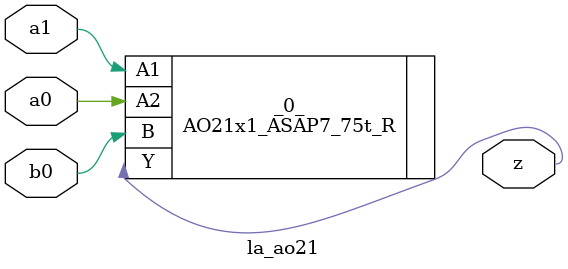
<source format=v>

/* Generated by Yosys 0.37 (git sha1 a5c7f69ed, clang 14.0.0-1ubuntu1.1 -fPIC -Os) */

module la_ao21(a0, a1, b0, z);
  input a0;
  wire a0;
  input a1;
  wire a1;
  input b0;
  wire b0;
  output z;
  wire z;
  AO21x1_ASAP7_75t_R _0_ (
    .A1(a1),
    .A2(a0),
    .B(b0),
    .Y(z)
  );
endmodule

</source>
